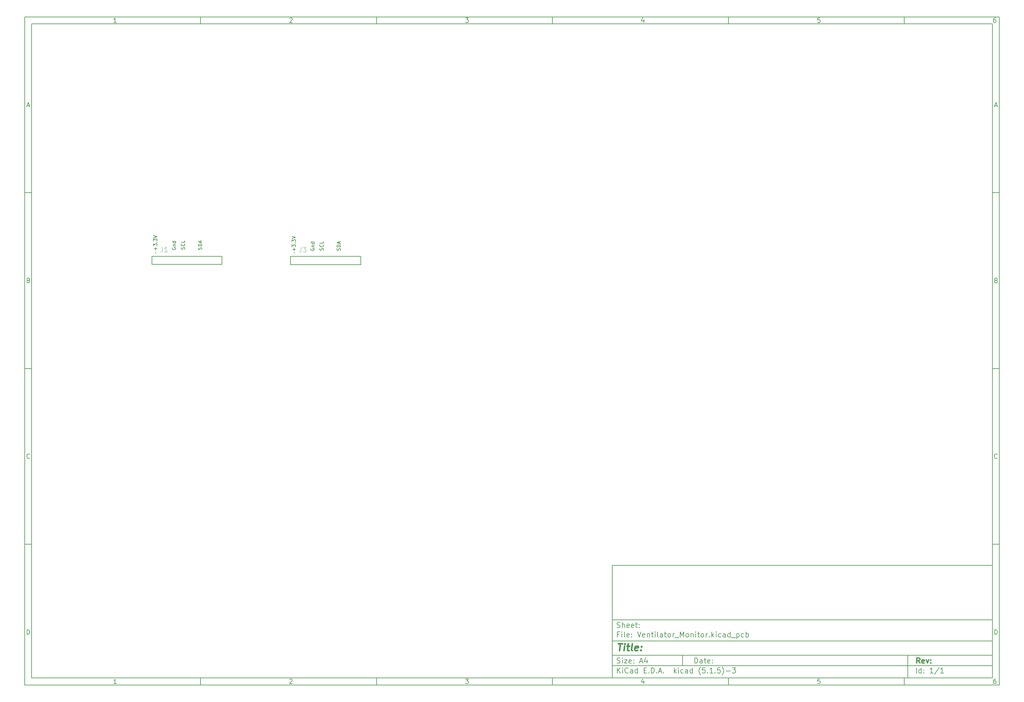
<source format=gbr>
G04 #@! TF.GenerationSoftware,KiCad,Pcbnew,(5.1.5)-3*
G04 #@! TF.CreationDate,2020-04-28T22:00:42-04:00*
G04 #@! TF.ProjectId,Ventilator_Monitor,56656e74-696c-4617-946f-725f4d6f6e69,rev?*
G04 #@! TF.SameCoordinates,Original*
G04 #@! TF.FileFunction,Legend,Top*
G04 #@! TF.FilePolarity,Positive*
%FSLAX46Y46*%
G04 Gerber Fmt 4.6, Leading zero omitted, Abs format (unit mm)*
G04 Created by KiCad (PCBNEW (5.1.5)-3) date 2020-04-28 22:00:42*
%MOMM*%
%LPD*%
G04 APERTURE LIST*
%ADD10C,0.100000*%
%ADD11C,0.150000*%
%ADD12C,0.300000*%
%ADD13C,0.400000*%
%ADD14C,0.200000*%
%ADD15C,0.127000*%
%ADD16C,0.015000*%
G04 APERTURE END LIST*
D10*
D11*
X177002200Y-166007200D02*
X177002200Y-198007200D01*
X285002200Y-198007200D01*
X285002200Y-166007200D01*
X177002200Y-166007200D01*
D10*
D11*
X10000000Y-10000000D02*
X10000000Y-200007200D01*
X287002200Y-200007200D01*
X287002200Y-10000000D01*
X10000000Y-10000000D01*
D10*
D11*
X12000000Y-12000000D02*
X12000000Y-198007200D01*
X285002200Y-198007200D01*
X285002200Y-12000000D01*
X12000000Y-12000000D01*
D10*
D11*
X60000000Y-12000000D02*
X60000000Y-10000000D01*
D10*
D11*
X110000000Y-12000000D02*
X110000000Y-10000000D01*
D10*
D11*
X160000000Y-12000000D02*
X160000000Y-10000000D01*
D10*
D11*
X210000000Y-12000000D02*
X210000000Y-10000000D01*
D10*
D11*
X260000000Y-12000000D02*
X260000000Y-10000000D01*
D10*
D11*
X36065476Y-11588095D02*
X35322619Y-11588095D01*
X35694047Y-11588095D02*
X35694047Y-10288095D01*
X35570238Y-10473809D01*
X35446428Y-10597619D01*
X35322619Y-10659523D01*
D10*
D11*
X85322619Y-10411904D02*
X85384523Y-10350000D01*
X85508333Y-10288095D01*
X85817857Y-10288095D01*
X85941666Y-10350000D01*
X86003571Y-10411904D01*
X86065476Y-10535714D01*
X86065476Y-10659523D01*
X86003571Y-10845238D01*
X85260714Y-11588095D01*
X86065476Y-11588095D01*
D10*
D11*
X135260714Y-10288095D02*
X136065476Y-10288095D01*
X135632142Y-10783333D01*
X135817857Y-10783333D01*
X135941666Y-10845238D01*
X136003571Y-10907142D01*
X136065476Y-11030952D01*
X136065476Y-11340476D01*
X136003571Y-11464285D01*
X135941666Y-11526190D01*
X135817857Y-11588095D01*
X135446428Y-11588095D01*
X135322619Y-11526190D01*
X135260714Y-11464285D01*
D10*
D11*
X185941666Y-10721428D02*
X185941666Y-11588095D01*
X185632142Y-10226190D02*
X185322619Y-11154761D01*
X186127380Y-11154761D01*
D10*
D11*
X236003571Y-10288095D02*
X235384523Y-10288095D01*
X235322619Y-10907142D01*
X235384523Y-10845238D01*
X235508333Y-10783333D01*
X235817857Y-10783333D01*
X235941666Y-10845238D01*
X236003571Y-10907142D01*
X236065476Y-11030952D01*
X236065476Y-11340476D01*
X236003571Y-11464285D01*
X235941666Y-11526190D01*
X235817857Y-11588095D01*
X235508333Y-11588095D01*
X235384523Y-11526190D01*
X235322619Y-11464285D01*
D10*
D11*
X285941666Y-10288095D02*
X285694047Y-10288095D01*
X285570238Y-10350000D01*
X285508333Y-10411904D01*
X285384523Y-10597619D01*
X285322619Y-10845238D01*
X285322619Y-11340476D01*
X285384523Y-11464285D01*
X285446428Y-11526190D01*
X285570238Y-11588095D01*
X285817857Y-11588095D01*
X285941666Y-11526190D01*
X286003571Y-11464285D01*
X286065476Y-11340476D01*
X286065476Y-11030952D01*
X286003571Y-10907142D01*
X285941666Y-10845238D01*
X285817857Y-10783333D01*
X285570238Y-10783333D01*
X285446428Y-10845238D01*
X285384523Y-10907142D01*
X285322619Y-11030952D01*
D10*
D11*
X60000000Y-198007200D02*
X60000000Y-200007200D01*
D10*
D11*
X110000000Y-198007200D02*
X110000000Y-200007200D01*
D10*
D11*
X160000000Y-198007200D02*
X160000000Y-200007200D01*
D10*
D11*
X210000000Y-198007200D02*
X210000000Y-200007200D01*
D10*
D11*
X260000000Y-198007200D02*
X260000000Y-200007200D01*
D10*
D11*
X36065476Y-199595295D02*
X35322619Y-199595295D01*
X35694047Y-199595295D02*
X35694047Y-198295295D01*
X35570238Y-198481009D01*
X35446428Y-198604819D01*
X35322619Y-198666723D01*
D10*
D11*
X85322619Y-198419104D02*
X85384523Y-198357200D01*
X85508333Y-198295295D01*
X85817857Y-198295295D01*
X85941666Y-198357200D01*
X86003571Y-198419104D01*
X86065476Y-198542914D01*
X86065476Y-198666723D01*
X86003571Y-198852438D01*
X85260714Y-199595295D01*
X86065476Y-199595295D01*
D10*
D11*
X135260714Y-198295295D02*
X136065476Y-198295295D01*
X135632142Y-198790533D01*
X135817857Y-198790533D01*
X135941666Y-198852438D01*
X136003571Y-198914342D01*
X136065476Y-199038152D01*
X136065476Y-199347676D01*
X136003571Y-199471485D01*
X135941666Y-199533390D01*
X135817857Y-199595295D01*
X135446428Y-199595295D01*
X135322619Y-199533390D01*
X135260714Y-199471485D01*
D10*
D11*
X185941666Y-198728628D02*
X185941666Y-199595295D01*
X185632142Y-198233390D02*
X185322619Y-199161961D01*
X186127380Y-199161961D01*
D10*
D11*
X236003571Y-198295295D02*
X235384523Y-198295295D01*
X235322619Y-198914342D01*
X235384523Y-198852438D01*
X235508333Y-198790533D01*
X235817857Y-198790533D01*
X235941666Y-198852438D01*
X236003571Y-198914342D01*
X236065476Y-199038152D01*
X236065476Y-199347676D01*
X236003571Y-199471485D01*
X235941666Y-199533390D01*
X235817857Y-199595295D01*
X235508333Y-199595295D01*
X235384523Y-199533390D01*
X235322619Y-199471485D01*
D10*
D11*
X285941666Y-198295295D02*
X285694047Y-198295295D01*
X285570238Y-198357200D01*
X285508333Y-198419104D01*
X285384523Y-198604819D01*
X285322619Y-198852438D01*
X285322619Y-199347676D01*
X285384523Y-199471485D01*
X285446428Y-199533390D01*
X285570238Y-199595295D01*
X285817857Y-199595295D01*
X285941666Y-199533390D01*
X286003571Y-199471485D01*
X286065476Y-199347676D01*
X286065476Y-199038152D01*
X286003571Y-198914342D01*
X285941666Y-198852438D01*
X285817857Y-198790533D01*
X285570238Y-198790533D01*
X285446428Y-198852438D01*
X285384523Y-198914342D01*
X285322619Y-199038152D01*
D10*
D11*
X10000000Y-60000000D02*
X12000000Y-60000000D01*
D10*
D11*
X10000000Y-110000000D02*
X12000000Y-110000000D01*
D10*
D11*
X10000000Y-160000000D02*
X12000000Y-160000000D01*
D10*
D11*
X10690476Y-35216666D02*
X11309523Y-35216666D01*
X10566666Y-35588095D02*
X11000000Y-34288095D01*
X11433333Y-35588095D01*
D10*
D11*
X11092857Y-84907142D02*
X11278571Y-84969047D01*
X11340476Y-85030952D01*
X11402380Y-85154761D01*
X11402380Y-85340476D01*
X11340476Y-85464285D01*
X11278571Y-85526190D01*
X11154761Y-85588095D01*
X10659523Y-85588095D01*
X10659523Y-84288095D01*
X11092857Y-84288095D01*
X11216666Y-84350000D01*
X11278571Y-84411904D01*
X11340476Y-84535714D01*
X11340476Y-84659523D01*
X11278571Y-84783333D01*
X11216666Y-84845238D01*
X11092857Y-84907142D01*
X10659523Y-84907142D01*
D10*
D11*
X11402380Y-135464285D02*
X11340476Y-135526190D01*
X11154761Y-135588095D01*
X11030952Y-135588095D01*
X10845238Y-135526190D01*
X10721428Y-135402380D01*
X10659523Y-135278571D01*
X10597619Y-135030952D01*
X10597619Y-134845238D01*
X10659523Y-134597619D01*
X10721428Y-134473809D01*
X10845238Y-134350000D01*
X11030952Y-134288095D01*
X11154761Y-134288095D01*
X11340476Y-134350000D01*
X11402380Y-134411904D01*
D10*
D11*
X10659523Y-185588095D02*
X10659523Y-184288095D01*
X10969047Y-184288095D01*
X11154761Y-184350000D01*
X11278571Y-184473809D01*
X11340476Y-184597619D01*
X11402380Y-184845238D01*
X11402380Y-185030952D01*
X11340476Y-185278571D01*
X11278571Y-185402380D01*
X11154761Y-185526190D01*
X10969047Y-185588095D01*
X10659523Y-185588095D01*
D10*
D11*
X287002200Y-60000000D02*
X285002200Y-60000000D01*
D10*
D11*
X287002200Y-110000000D02*
X285002200Y-110000000D01*
D10*
D11*
X287002200Y-160000000D02*
X285002200Y-160000000D01*
D10*
D11*
X285692676Y-35216666D02*
X286311723Y-35216666D01*
X285568866Y-35588095D02*
X286002200Y-34288095D01*
X286435533Y-35588095D01*
D10*
D11*
X286095057Y-84907142D02*
X286280771Y-84969047D01*
X286342676Y-85030952D01*
X286404580Y-85154761D01*
X286404580Y-85340476D01*
X286342676Y-85464285D01*
X286280771Y-85526190D01*
X286156961Y-85588095D01*
X285661723Y-85588095D01*
X285661723Y-84288095D01*
X286095057Y-84288095D01*
X286218866Y-84350000D01*
X286280771Y-84411904D01*
X286342676Y-84535714D01*
X286342676Y-84659523D01*
X286280771Y-84783333D01*
X286218866Y-84845238D01*
X286095057Y-84907142D01*
X285661723Y-84907142D01*
D10*
D11*
X286404580Y-135464285D02*
X286342676Y-135526190D01*
X286156961Y-135588095D01*
X286033152Y-135588095D01*
X285847438Y-135526190D01*
X285723628Y-135402380D01*
X285661723Y-135278571D01*
X285599819Y-135030952D01*
X285599819Y-134845238D01*
X285661723Y-134597619D01*
X285723628Y-134473809D01*
X285847438Y-134350000D01*
X286033152Y-134288095D01*
X286156961Y-134288095D01*
X286342676Y-134350000D01*
X286404580Y-134411904D01*
D10*
D11*
X285661723Y-185588095D02*
X285661723Y-184288095D01*
X285971247Y-184288095D01*
X286156961Y-184350000D01*
X286280771Y-184473809D01*
X286342676Y-184597619D01*
X286404580Y-184845238D01*
X286404580Y-185030952D01*
X286342676Y-185278571D01*
X286280771Y-185402380D01*
X286156961Y-185526190D01*
X285971247Y-185588095D01*
X285661723Y-185588095D01*
D10*
D11*
X200434342Y-193785771D02*
X200434342Y-192285771D01*
X200791485Y-192285771D01*
X201005771Y-192357200D01*
X201148628Y-192500057D01*
X201220057Y-192642914D01*
X201291485Y-192928628D01*
X201291485Y-193142914D01*
X201220057Y-193428628D01*
X201148628Y-193571485D01*
X201005771Y-193714342D01*
X200791485Y-193785771D01*
X200434342Y-193785771D01*
X202577200Y-193785771D02*
X202577200Y-193000057D01*
X202505771Y-192857200D01*
X202362914Y-192785771D01*
X202077200Y-192785771D01*
X201934342Y-192857200D01*
X202577200Y-193714342D02*
X202434342Y-193785771D01*
X202077200Y-193785771D01*
X201934342Y-193714342D01*
X201862914Y-193571485D01*
X201862914Y-193428628D01*
X201934342Y-193285771D01*
X202077200Y-193214342D01*
X202434342Y-193214342D01*
X202577200Y-193142914D01*
X203077200Y-192785771D02*
X203648628Y-192785771D01*
X203291485Y-192285771D02*
X203291485Y-193571485D01*
X203362914Y-193714342D01*
X203505771Y-193785771D01*
X203648628Y-193785771D01*
X204720057Y-193714342D02*
X204577200Y-193785771D01*
X204291485Y-193785771D01*
X204148628Y-193714342D01*
X204077200Y-193571485D01*
X204077200Y-193000057D01*
X204148628Y-192857200D01*
X204291485Y-192785771D01*
X204577200Y-192785771D01*
X204720057Y-192857200D01*
X204791485Y-193000057D01*
X204791485Y-193142914D01*
X204077200Y-193285771D01*
X205434342Y-193642914D02*
X205505771Y-193714342D01*
X205434342Y-193785771D01*
X205362914Y-193714342D01*
X205434342Y-193642914D01*
X205434342Y-193785771D01*
X205434342Y-192857200D02*
X205505771Y-192928628D01*
X205434342Y-193000057D01*
X205362914Y-192928628D01*
X205434342Y-192857200D01*
X205434342Y-193000057D01*
D10*
D11*
X177002200Y-194507200D02*
X285002200Y-194507200D01*
D10*
D11*
X178434342Y-196585771D02*
X178434342Y-195085771D01*
X179291485Y-196585771D02*
X178648628Y-195728628D01*
X179291485Y-195085771D02*
X178434342Y-195942914D01*
X179934342Y-196585771D02*
X179934342Y-195585771D01*
X179934342Y-195085771D02*
X179862914Y-195157200D01*
X179934342Y-195228628D01*
X180005771Y-195157200D01*
X179934342Y-195085771D01*
X179934342Y-195228628D01*
X181505771Y-196442914D02*
X181434342Y-196514342D01*
X181220057Y-196585771D01*
X181077200Y-196585771D01*
X180862914Y-196514342D01*
X180720057Y-196371485D01*
X180648628Y-196228628D01*
X180577200Y-195942914D01*
X180577200Y-195728628D01*
X180648628Y-195442914D01*
X180720057Y-195300057D01*
X180862914Y-195157200D01*
X181077200Y-195085771D01*
X181220057Y-195085771D01*
X181434342Y-195157200D01*
X181505771Y-195228628D01*
X182791485Y-196585771D02*
X182791485Y-195800057D01*
X182720057Y-195657200D01*
X182577200Y-195585771D01*
X182291485Y-195585771D01*
X182148628Y-195657200D01*
X182791485Y-196514342D02*
X182648628Y-196585771D01*
X182291485Y-196585771D01*
X182148628Y-196514342D01*
X182077200Y-196371485D01*
X182077200Y-196228628D01*
X182148628Y-196085771D01*
X182291485Y-196014342D01*
X182648628Y-196014342D01*
X182791485Y-195942914D01*
X184148628Y-196585771D02*
X184148628Y-195085771D01*
X184148628Y-196514342D02*
X184005771Y-196585771D01*
X183720057Y-196585771D01*
X183577200Y-196514342D01*
X183505771Y-196442914D01*
X183434342Y-196300057D01*
X183434342Y-195871485D01*
X183505771Y-195728628D01*
X183577200Y-195657200D01*
X183720057Y-195585771D01*
X184005771Y-195585771D01*
X184148628Y-195657200D01*
X186005771Y-195800057D02*
X186505771Y-195800057D01*
X186720057Y-196585771D02*
X186005771Y-196585771D01*
X186005771Y-195085771D01*
X186720057Y-195085771D01*
X187362914Y-196442914D02*
X187434342Y-196514342D01*
X187362914Y-196585771D01*
X187291485Y-196514342D01*
X187362914Y-196442914D01*
X187362914Y-196585771D01*
X188077200Y-196585771D02*
X188077200Y-195085771D01*
X188434342Y-195085771D01*
X188648628Y-195157200D01*
X188791485Y-195300057D01*
X188862914Y-195442914D01*
X188934342Y-195728628D01*
X188934342Y-195942914D01*
X188862914Y-196228628D01*
X188791485Y-196371485D01*
X188648628Y-196514342D01*
X188434342Y-196585771D01*
X188077200Y-196585771D01*
X189577200Y-196442914D02*
X189648628Y-196514342D01*
X189577200Y-196585771D01*
X189505771Y-196514342D01*
X189577200Y-196442914D01*
X189577200Y-196585771D01*
X190220057Y-196157200D02*
X190934342Y-196157200D01*
X190077200Y-196585771D02*
X190577200Y-195085771D01*
X191077200Y-196585771D01*
X191577200Y-196442914D02*
X191648628Y-196514342D01*
X191577200Y-196585771D01*
X191505771Y-196514342D01*
X191577200Y-196442914D01*
X191577200Y-196585771D01*
X194577200Y-196585771D02*
X194577200Y-195085771D01*
X194720057Y-196014342D02*
X195148628Y-196585771D01*
X195148628Y-195585771D02*
X194577200Y-196157200D01*
X195791485Y-196585771D02*
X195791485Y-195585771D01*
X195791485Y-195085771D02*
X195720057Y-195157200D01*
X195791485Y-195228628D01*
X195862914Y-195157200D01*
X195791485Y-195085771D01*
X195791485Y-195228628D01*
X197148628Y-196514342D02*
X197005771Y-196585771D01*
X196720057Y-196585771D01*
X196577200Y-196514342D01*
X196505771Y-196442914D01*
X196434342Y-196300057D01*
X196434342Y-195871485D01*
X196505771Y-195728628D01*
X196577200Y-195657200D01*
X196720057Y-195585771D01*
X197005771Y-195585771D01*
X197148628Y-195657200D01*
X198434342Y-196585771D02*
X198434342Y-195800057D01*
X198362914Y-195657200D01*
X198220057Y-195585771D01*
X197934342Y-195585771D01*
X197791485Y-195657200D01*
X198434342Y-196514342D02*
X198291485Y-196585771D01*
X197934342Y-196585771D01*
X197791485Y-196514342D01*
X197720057Y-196371485D01*
X197720057Y-196228628D01*
X197791485Y-196085771D01*
X197934342Y-196014342D01*
X198291485Y-196014342D01*
X198434342Y-195942914D01*
X199791485Y-196585771D02*
X199791485Y-195085771D01*
X199791485Y-196514342D02*
X199648628Y-196585771D01*
X199362914Y-196585771D01*
X199220057Y-196514342D01*
X199148628Y-196442914D01*
X199077200Y-196300057D01*
X199077200Y-195871485D01*
X199148628Y-195728628D01*
X199220057Y-195657200D01*
X199362914Y-195585771D01*
X199648628Y-195585771D01*
X199791485Y-195657200D01*
X202077200Y-197157200D02*
X202005771Y-197085771D01*
X201862914Y-196871485D01*
X201791485Y-196728628D01*
X201720057Y-196514342D01*
X201648628Y-196157200D01*
X201648628Y-195871485D01*
X201720057Y-195514342D01*
X201791485Y-195300057D01*
X201862914Y-195157200D01*
X202005771Y-194942914D01*
X202077200Y-194871485D01*
X203362914Y-195085771D02*
X202648628Y-195085771D01*
X202577200Y-195800057D01*
X202648628Y-195728628D01*
X202791485Y-195657200D01*
X203148628Y-195657200D01*
X203291485Y-195728628D01*
X203362914Y-195800057D01*
X203434342Y-195942914D01*
X203434342Y-196300057D01*
X203362914Y-196442914D01*
X203291485Y-196514342D01*
X203148628Y-196585771D01*
X202791485Y-196585771D01*
X202648628Y-196514342D01*
X202577200Y-196442914D01*
X204077200Y-196442914D02*
X204148628Y-196514342D01*
X204077200Y-196585771D01*
X204005771Y-196514342D01*
X204077200Y-196442914D01*
X204077200Y-196585771D01*
X205577200Y-196585771D02*
X204720057Y-196585771D01*
X205148628Y-196585771D02*
X205148628Y-195085771D01*
X205005771Y-195300057D01*
X204862914Y-195442914D01*
X204720057Y-195514342D01*
X206220057Y-196442914D02*
X206291485Y-196514342D01*
X206220057Y-196585771D01*
X206148628Y-196514342D01*
X206220057Y-196442914D01*
X206220057Y-196585771D01*
X207648628Y-195085771D02*
X206934342Y-195085771D01*
X206862914Y-195800057D01*
X206934342Y-195728628D01*
X207077200Y-195657200D01*
X207434342Y-195657200D01*
X207577200Y-195728628D01*
X207648628Y-195800057D01*
X207720057Y-195942914D01*
X207720057Y-196300057D01*
X207648628Y-196442914D01*
X207577200Y-196514342D01*
X207434342Y-196585771D01*
X207077200Y-196585771D01*
X206934342Y-196514342D01*
X206862914Y-196442914D01*
X208220057Y-197157200D02*
X208291485Y-197085771D01*
X208434342Y-196871485D01*
X208505771Y-196728628D01*
X208577200Y-196514342D01*
X208648628Y-196157200D01*
X208648628Y-195871485D01*
X208577200Y-195514342D01*
X208505771Y-195300057D01*
X208434342Y-195157200D01*
X208291485Y-194942914D01*
X208220057Y-194871485D01*
X209362914Y-196014342D02*
X210505771Y-196014342D01*
X211077200Y-195085771D02*
X212005771Y-195085771D01*
X211505771Y-195657200D01*
X211720057Y-195657200D01*
X211862914Y-195728628D01*
X211934342Y-195800057D01*
X212005771Y-195942914D01*
X212005771Y-196300057D01*
X211934342Y-196442914D01*
X211862914Y-196514342D01*
X211720057Y-196585771D01*
X211291485Y-196585771D01*
X211148628Y-196514342D01*
X211077200Y-196442914D01*
D10*
D11*
X177002200Y-191507200D02*
X285002200Y-191507200D01*
D10*
D12*
X264411485Y-193785771D02*
X263911485Y-193071485D01*
X263554342Y-193785771D02*
X263554342Y-192285771D01*
X264125771Y-192285771D01*
X264268628Y-192357200D01*
X264340057Y-192428628D01*
X264411485Y-192571485D01*
X264411485Y-192785771D01*
X264340057Y-192928628D01*
X264268628Y-193000057D01*
X264125771Y-193071485D01*
X263554342Y-193071485D01*
X265625771Y-193714342D02*
X265482914Y-193785771D01*
X265197200Y-193785771D01*
X265054342Y-193714342D01*
X264982914Y-193571485D01*
X264982914Y-193000057D01*
X265054342Y-192857200D01*
X265197200Y-192785771D01*
X265482914Y-192785771D01*
X265625771Y-192857200D01*
X265697200Y-193000057D01*
X265697200Y-193142914D01*
X264982914Y-193285771D01*
X266197200Y-192785771D02*
X266554342Y-193785771D01*
X266911485Y-192785771D01*
X267482914Y-193642914D02*
X267554342Y-193714342D01*
X267482914Y-193785771D01*
X267411485Y-193714342D01*
X267482914Y-193642914D01*
X267482914Y-193785771D01*
X267482914Y-192857200D02*
X267554342Y-192928628D01*
X267482914Y-193000057D01*
X267411485Y-192928628D01*
X267482914Y-192857200D01*
X267482914Y-193000057D01*
D10*
D11*
X178362914Y-193714342D02*
X178577200Y-193785771D01*
X178934342Y-193785771D01*
X179077200Y-193714342D01*
X179148628Y-193642914D01*
X179220057Y-193500057D01*
X179220057Y-193357200D01*
X179148628Y-193214342D01*
X179077200Y-193142914D01*
X178934342Y-193071485D01*
X178648628Y-193000057D01*
X178505771Y-192928628D01*
X178434342Y-192857200D01*
X178362914Y-192714342D01*
X178362914Y-192571485D01*
X178434342Y-192428628D01*
X178505771Y-192357200D01*
X178648628Y-192285771D01*
X179005771Y-192285771D01*
X179220057Y-192357200D01*
X179862914Y-193785771D02*
X179862914Y-192785771D01*
X179862914Y-192285771D02*
X179791485Y-192357200D01*
X179862914Y-192428628D01*
X179934342Y-192357200D01*
X179862914Y-192285771D01*
X179862914Y-192428628D01*
X180434342Y-192785771D02*
X181220057Y-192785771D01*
X180434342Y-193785771D01*
X181220057Y-193785771D01*
X182362914Y-193714342D02*
X182220057Y-193785771D01*
X181934342Y-193785771D01*
X181791485Y-193714342D01*
X181720057Y-193571485D01*
X181720057Y-193000057D01*
X181791485Y-192857200D01*
X181934342Y-192785771D01*
X182220057Y-192785771D01*
X182362914Y-192857200D01*
X182434342Y-193000057D01*
X182434342Y-193142914D01*
X181720057Y-193285771D01*
X183077200Y-193642914D02*
X183148628Y-193714342D01*
X183077200Y-193785771D01*
X183005771Y-193714342D01*
X183077200Y-193642914D01*
X183077200Y-193785771D01*
X183077200Y-192857200D02*
X183148628Y-192928628D01*
X183077200Y-193000057D01*
X183005771Y-192928628D01*
X183077200Y-192857200D01*
X183077200Y-193000057D01*
X184862914Y-193357200D02*
X185577200Y-193357200D01*
X184720057Y-193785771D02*
X185220057Y-192285771D01*
X185720057Y-193785771D01*
X186862914Y-192785771D02*
X186862914Y-193785771D01*
X186505771Y-192214342D02*
X186148628Y-193285771D01*
X187077200Y-193285771D01*
D10*
D11*
X263434342Y-196585771D02*
X263434342Y-195085771D01*
X264791485Y-196585771D02*
X264791485Y-195085771D01*
X264791485Y-196514342D02*
X264648628Y-196585771D01*
X264362914Y-196585771D01*
X264220057Y-196514342D01*
X264148628Y-196442914D01*
X264077200Y-196300057D01*
X264077200Y-195871485D01*
X264148628Y-195728628D01*
X264220057Y-195657200D01*
X264362914Y-195585771D01*
X264648628Y-195585771D01*
X264791485Y-195657200D01*
X265505771Y-196442914D02*
X265577200Y-196514342D01*
X265505771Y-196585771D01*
X265434342Y-196514342D01*
X265505771Y-196442914D01*
X265505771Y-196585771D01*
X265505771Y-195657200D02*
X265577200Y-195728628D01*
X265505771Y-195800057D01*
X265434342Y-195728628D01*
X265505771Y-195657200D01*
X265505771Y-195800057D01*
X268148628Y-196585771D02*
X267291485Y-196585771D01*
X267720057Y-196585771D02*
X267720057Y-195085771D01*
X267577200Y-195300057D01*
X267434342Y-195442914D01*
X267291485Y-195514342D01*
X269862914Y-195014342D02*
X268577200Y-196942914D01*
X271148628Y-196585771D02*
X270291485Y-196585771D01*
X270720057Y-196585771D02*
X270720057Y-195085771D01*
X270577200Y-195300057D01*
X270434342Y-195442914D01*
X270291485Y-195514342D01*
D10*
D11*
X177002200Y-187507200D02*
X285002200Y-187507200D01*
D10*
D13*
X178714580Y-188211961D02*
X179857438Y-188211961D01*
X179036009Y-190211961D02*
X179286009Y-188211961D01*
X180274104Y-190211961D02*
X180440771Y-188878628D01*
X180524104Y-188211961D02*
X180416961Y-188307200D01*
X180500295Y-188402438D01*
X180607438Y-188307200D01*
X180524104Y-188211961D01*
X180500295Y-188402438D01*
X181107438Y-188878628D02*
X181869342Y-188878628D01*
X181476485Y-188211961D02*
X181262200Y-189926247D01*
X181333628Y-190116723D01*
X181512200Y-190211961D01*
X181702676Y-190211961D01*
X182655057Y-190211961D02*
X182476485Y-190116723D01*
X182405057Y-189926247D01*
X182619342Y-188211961D01*
X184190771Y-190116723D02*
X183988390Y-190211961D01*
X183607438Y-190211961D01*
X183428866Y-190116723D01*
X183357438Y-189926247D01*
X183452676Y-189164342D01*
X183571723Y-188973866D01*
X183774104Y-188878628D01*
X184155057Y-188878628D01*
X184333628Y-188973866D01*
X184405057Y-189164342D01*
X184381247Y-189354819D01*
X183405057Y-189545295D01*
X185155057Y-190021485D02*
X185238390Y-190116723D01*
X185131247Y-190211961D01*
X185047914Y-190116723D01*
X185155057Y-190021485D01*
X185131247Y-190211961D01*
X185286009Y-188973866D02*
X185369342Y-189069104D01*
X185262200Y-189164342D01*
X185178866Y-189069104D01*
X185286009Y-188973866D01*
X185262200Y-189164342D01*
D10*
D11*
X178934342Y-185600057D02*
X178434342Y-185600057D01*
X178434342Y-186385771D02*
X178434342Y-184885771D01*
X179148628Y-184885771D01*
X179720057Y-186385771D02*
X179720057Y-185385771D01*
X179720057Y-184885771D02*
X179648628Y-184957200D01*
X179720057Y-185028628D01*
X179791485Y-184957200D01*
X179720057Y-184885771D01*
X179720057Y-185028628D01*
X180648628Y-186385771D02*
X180505771Y-186314342D01*
X180434342Y-186171485D01*
X180434342Y-184885771D01*
X181791485Y-186314342D02*
X181648628Y-186385771D01*
X181362914Y-186385771D01*
X181220057Y-186314342D01*
X181148628Y-186171485D01*
X181148628Y-185600057D01*
X181220057Y-185457200D01*
X181362914Y-185385771D01*
X181648628Y-185385771D01*
X181791485Y-185457200D01*
X181862914Y-185600057D01*
X181862914Y-185742914D01*
X181148628Y-185885771D01*
X182505771Y-186242914D02*
X182577200Y-186314342D01*
X182505771Y-186385771D01*
X182434342Y-186314342D01*
X182505771Y-186242914D01*
X182505771Y-186385771D01*
X182505771Y-185457200D02*
X182577200Y-185528628D01*
X182505771Y-185600057D01*
X182434342Y-185528628D01*
X182505771Y-185457200D01*
X182505771Y-185600057D01*
X184148628Y-184885771D02*
X184648628Y-186385771D01*
X185148628Y-184885771D01*
X186220057Y-186314342D02*
X186077200Y-186385771D01*
X185791485Y-186385771D01*
X185648628Y-186314342D01*
X185577200Y-186171485D01*
X185577200Y-185600057D01*
X185648628Y-185457200D01*
X185791485Y-185385771D01*
X186077200Y-185385771D01*
X186220057Y-185457200D01*
X186291485Y-185600057D01*
X186291485Y-185742914D01*
X185577200Y-185885771D01*
X186934342Y-185385771D02*
X186934342Y-186385771D01*
X186934342Y-185528628D02*
X187005771Y-185457200D01*
X187148628Y-185385771D01*
X187362914Y-185385771D01*
X187505771Y-185457200D01*
X187577200Y-185600057D01*
X187577200Y-186385771D01*
X188077200Y-185385771D02*
X188648628Y-185385771D01*
X188291485Y-184885771D02*
X188291485Y-186171485D01*
X188362914Y-186314342D01*
X188505771Y-186385771D01*
X188648628Y-186385771D01*
X189148628Y-186385771D02*
X189148628Y-185385771D01*
X189148628Y-184885771D02*
X189077200Y-184957200D01*
X189148628Y-185028628D01*
X189220057Y-184957200D01*
X189148628Y-184885771D01*
X189148628Y-185028628D01*
X190077200Y-186385771D02*
X189934342Y-186314342D01*
X189862914Y-186171485D01*
X189862914Y-184885771D01*
X191291485Y-186385771D02*
X191291485Y-185600057D01*
X191220057Y-185457200D01*
X191077200Y-185385771D01*
X190791485Y-185385771D01*
X190648628Y-185457200D01*
X191291485Y-186314342D02*
X191148628Y-186385771D01*
X190791485Y-186385771D01*
X190648628Y-186314342D01*
X190577200Y-186171485D01*
X190577200Y-186028628D01*
X190648628Y-185885771D01*
X190791485Y-185814342D01*
X191148628Y-185814342D01*
X191291485Y-185742914D01*
X191791485Y-185385771D02*
X192362914Y-185385771D01*
X192005771Y-184885771D02*
X192005771Y-186171485D01*
X192077200Y-186314342D01*
X192220057Y-186385771D01*
X192362914Y-186385771D01*
X193077200Y-186385771D02*
X192934342Y-186314342D01*
X192862914Y-186242914D01*
X192791485Y-186100057D01*
X192791485Y-185671485D01*
X192862914Y-185528628D01*
X192934342Y-185457200D01*
X193077200Y-185385771D01*
X193291485Y-185385771D01*
X193434342Y-185457200D01*
X193505771Y-185528628D01*
X193577200Y-185671485D01*
X193577200Y-186100057D01*
X193505771Y-186242914D01*
X193434342Y-186314342D01*
X193291485Y-186385771D01*
X193077200Y-186385771D01*
X194220057Y-186385771D02*
X194220057Y-185385771D01*
X194220057Y-185671485D02*
X194291485Y-185528628D01*
X194362914Y-185457200D01*
X194505771Y-185385771D01*
X194648628Y-185385771D01*
X194791485Y-186528628D02*
X195934342Y-186528628D01*
X196291485Y-186385771D02*
X196291485Y-184885771D01*
X196791485Y-185957200D01*
X197291485Y-184885771D01*
X197291485Y-186385771D01*
X198220057Y-186385771D02*
X198077200Y-186314342D01*
X198005771Y-186242914D01*
X197934342Y-186100057D01*
X197934342Y-185671485D01*
X198005771Y-185528628D01*
X198077200Y-185457200D01*
X198220057Y-185385771D01*
X198434342Y-185385771D01*
X198577200Y-185457200D01*
X198648628Y-185528628D01*
X198720057Y-185671485D01*
X198720057Y-186100057D01*
X198648628Y-186242914D01*
X198577200Y-186314342D01*
X198434342Y-186385771D01*
X198220057Y-186385771D01*
X199362914Y-185385771D02*
X199362914Y-186385771D01*
X199362914Y-185528628D02*
X199434342Y-185457200D01*
X199577200Y-185385771D01*
X199791485Y-185385771D01*
X199934342Y-185457200D01*
X200005771Y-185600057D01*
X200005771Y-186385771D01*
X200720057Y-186385771D02*
X200720057Y-185385771D01*
X200720057Y-184885771D02*
X200648628Y-184957200D01*
X200720057Y-185028628D01*
X200791485Y-184957200D01*
X200720057Y-184885771D01*
X200720057Y-185028628D01*
X201220057Y-185385771D02*
X201791485Y-185385771D01*
X201434342Y-184885771D02*
X201434342Y-186171485D01*
X201505771Y-186314342D01*
X201648628Y-186385771D01*
X201791485Y-186385771D01*
X202505771Y-186385771D02*
X202362914Y-186314342D01*
X202291485Y-186242914D01*
X202220057Y-186100057D01*
X202220057Y-185671485D01*
X202291485Y-185528628D01*
X202362914Y-185457200D01*
X202505771Y-185385771D01*
X202720057Y-185385771D01*
X202862914Y-185457200D01*
X202934342Y-185528628D01*
X203005771Y-185671485D01*
X203005771Y-186100057D01*
X202934342Y-186242914D01*
X202862914Y-186314342D01*
X202720057Y-186385771D01*
X202505771Y-186385771D01*
X203648628Y-186385771D02*
X203648628Y-185385771D01*
X203648628Y-185671485D02*
X203720057Y-185528628D01*
X203791485Y-185457200D01*
X203934342Y-185385771D01*
X204077200Y-185385771D01*
X204577200Y-186242914D02*
X204648628Y-186314342D01*
X204577200Y-186385771D01*
X204505771Y-186314342D01*
X204577200Y-186242914D01*
X204577200Y-186385771D01*
X205291485Y-186385771D02*
X205291485Y-184885771D01*
X205434342Y-185814342D02*
X205862914Y-186385771D01*
X205862914Y-185385771D02*
X205291485Y-185957200D01*
X206505771Y-186385771D02*
X206505771Y-185385771D01*
X206505771Y-184885771D02*
X206434342Y-184957200D01*
X206505771Y-185028628D01*
X206577200Y-184957200D01*
X206505771Y-184885771D01*
X206505771Y-185028628D01*
X207862914Y-186314342D02*
X207720057Y-186385771D01*
X207434342Y-186385771D01*
X207291485Y-186314342D01*
X207220057Y-186242914D01*
X207148628Y-186100057D01*
X207148628Y-185671485D01*
X207220057Y-185528628D01*
X207291485Y-185457200D01*
X207434342Y-185385771D01*
X207720057Y-185385771D01*
X207862914Y-185457200D01*
X209148628Y-186385771D02*
X209148628Y-185600057D01*
X209077200Y-185457200D01*
X208934342Y-185385771D01*
X208648628Y-185385771D01*
X208505771Y-185457200D01*
X209148628Y-186314342D02*
X209005771Y-186385771D01*
X208648628Y-186385771D01*
X208505771Y-186314342D01*
X208434342Y-186171485D01*
X208434342Y-186028628D01*
X208505771Y-185885771D01*
X208648628Y-185814342D01*
X209005771Y-185814342D01*
X209148628Y-185742914D01*
X210505771Y-186385771D02*
X210505771Y-184885771D01*
X210505771Y-186314342D02*
X210362914Y-186385771D01*
X210077200Y-186385771D01*
X209934342Y-186314342D01*
X209862914Y-186242914D01*
X209791485Y-186100057D01*
X209791485Y-185671485D01*
X209862914Y-185528628D01*
X209934342Y-185457200D01*
X210077200Y-185385771D01*
X210362914Y-185385771D01*
X210505771Y-185457200D01*
X210862914Y-186528628D02*
X212005771Y-186528628D01*
X212362914Y-185385771D02*
X212362914Y-186885771D01*
X212362914Y-185457200D02*
X212505771Y-185385771D01*
X212791485Y-185385771D01*
X212934342Y-185457200D01*
X213005771Y-185528628D01*
X213077200Y-185671485D01*
X213077200Y-186100057D01*
X213005771Y-186242914D01*
X212934342Y-186314342D01*
X212791485Y-186385771D01*
X212505771Y-186385771D01*
X212362914Y-186314342D01*
X214362914Y-186314342D02*
X214220057Y-186385771D01*
X213934342Y-186385771D01*
X213791485Y-186314342D01*
X213720057Y-186242914D01*
X213648628Y-186100057D01*
X213648628Y-185671485D01*
X213720057Y-185528628D01*
X213791485Y-185457200D01*
X213934342Y-185385771D01*
X214220057Y-185385771D01*
X214362914Y-185457200D01*
X215005771Y-186385771D02*
X215005771Y-184885771D01*
X215005771Y-185457200D02*
X215148628Y-185385771D01*
X215434342Y-185385771D01*
X215577200Y-185457200D01*
X215648628Y-185528628D01*
X215720057Y-185671485D01*
X215720057Y-186100057D01*
X215648628Y-186242914D01*
X215577200Y-186314342D01*
X215434342Y-186385771D01*
X215148628Y-186385771D01*
X215005771Y-186314342D01*
D10*
D11*
X177002200Y-181507200D02*
X285002200Y-181507200D01*
D10*
D11*
X178362914Y-183614342D02*
X178577200Y-183685771D01*
X178934342Y-183685771D01*
X179077200Y-183614342D01*
X179148628Y-183542914D01*
X179220057Y-183400057D01*
X179220057Y-183257200D01*
X179148628Y-183114342D01*
X179077200Y-183042914D01*
X178934342Y-182971485D01*
X178648628Y-182900057D01*
X178505771Y-182828628D01*
X178434342Y-182757200D01*
X178362914Y-182614342D01*
X178362914Y-182471485D01*
X178434342Y-182328628D01*
X178505771Y-182257200D01*
X178648628Y-182185771D01*
X179005771Y-182185771D01*
X179220057Y-182257200D01*
X179862914Y-183685771D02*
X179862914Y-182185771D01*
X180505771Y-183685771D02*
X180505771Y-182900057D01*
X180434342Y-182757200D01*
X180291485Y-182685771D01*
X180077200Y-182685771D01*
X179934342Y-182757200D01*
X179862914Y-182828628D01*
X181791485Y-183614342D02*
X181648628Y-183685771D01*
X181362914Y-183685771D01*
X181220057Y-183614342D01*
X181148628Y-183471485D01*
X181148628Y-182900057D01*
X181220057Y-182757200D01*
X181362914Y-182685771D01*
X181648628Y-182685771D01*
X181791485Y-182757200D01*
X181862914Y-182900057D01*
X181862914Y-183042914D01*
X181148628Y-183185771D01*
X183077200Y-183614342D02*
X182934342Y-183685771D01*
X182648628Y-183685771D01*
X182505771Y-183614342D01*
X182434342Y-183471485D01*
X182434342Y-182900057D01*
X182505771Y-182757200D01*
X182648628Y-182685771D01*
X182934342Y-182685771D01*
X183077200Y-182757200D01*
X183148628Y-182900057D01*
X183148628Y-183042914D01*
X182434342Y-183185771D01*
X183577200Y-182685771D02*
X184148628Y-182685771D01*
X183791485Y-182185771D02*
X183791485Y-183471485D01*
X183862914Y-183614342D01*
X184005771Y-183685771D01*
X184148628Y-183685771D01*
X184648628Y-183542914D02*
X184720057Y-183614342D01*
X184648628Y-183685771D01*
X184577200Y-183614342D01*
X184648628Y-183542914D01*
X184648628Y-183685771D01*
X184648628Y-182757200D02*
X184720057Y-182828628D01*
X184648628Y-182900057D01*
X184577200Y-182828628D01*
X184648628Y-182757200D01*
X184648628Y-182900057D01*
D10*
D11*
X197002200Y-191507200D02*
X197002200Y-194507200D01*
D10*
D11*
X261002200Y-191507200D02*
X261002200Y-198007200D01*
X86596528Y-76523600D02*
X86596528Y-75761695D01*
X86977480Y-76142647D02*
X86215576Y-76142647D01*
X85977480Y-75380742D02*
X85977480Y-74761695D01*
X86358433Y-75095028D01*
X86358433Y-74952171D01*
X86406052Y-74856933D01*
X86453671Y-74809314D01*
X86548909Y-74761695D01*
X86787004Y-74761695D01*
X86882242Y-74809314D01*
X86929861Y-74856933D01*
X86977480Y-74952171D01*
X86977480Y-75237885D01*
X86929861Y-75333123D01*
X86882242Y-75380742D01*
X86882242Y-74333123D02*
X86929861Y-74285504D01*
X86977480Y-74333123D01*
X86929861Y-74380742D01*
X86882242Y-74333123D01*
X86977480Y-74333123D01*
X85977480Y-73952171D02*
X85977480Y-73333123D01*
X86358433Y-73666457D01*
X86358433Y-73523600D01*
X86406052Y-73428361D01*
X86453671Y-73380742D01*
X86548909Y-73333123D01*
X86787004Y-73333123D01*
X86882242Y-73380742D01*
X86929861Y-73428361D01*
X86977480Y-73523600D01*
X86977480Y-73809314D01*
X86929861Y-73904552D01*
X86882242Y-73952171D01*
X85977480Y-73047409D02*
X86977480Y-72714076D01*
X85977480Y-72380742D01*
X94816561Y-76361776D02*
X94864180Y-76218919D01*
X94864180Y-75980823D01*
X94816561Y-75885585D01*
X94768942Y-75837966D01*
X94673704Y-75790347D01*
X94578466Y-75790347D01*
X94483228Y-75837966D01*
X94435609Y-75885585D01*
X94387990Y-75980823D01*
X94340371Y-76171300D01*
X94292752Y-76266538D01*
X94245133Y-76314157D01*
X94149895Y-76361776D01*
X94054657Y-76361776D01*
X93959419Y-76314157D01*
X93911800Y-76266538D01*
X93864180Y-76171300D01*
X93864180Y-75933204D01*
X93911800Y-75790347D01*
X94768942Y-74790347D02*
X94816561Y-74837966D01*
X94864180Y-74980823D01*
X94864180Y-75076061D01*
X94816561Y-75218919D01*
X94721323Y-75314157D01*
X94626085Y-75361776D01*
X94435609Y-75409395D01*
X94292752Y-75409395D01*
X94102276Y-75361776D01*
X94007038Y-75314157D01*
X93911800Y-75218919D01*
X93864180Y-75076061D01*
X93864180Y-74980823D01*
X93911800Y-74837966D01*
X93959419Y-74790347D01*
X94864180Y-73885585D02*
X94864180Y-74361776D01*
X93864180Y-74361776D01*
X91359100Y-75877657D02*
X91311480Y-75972895D01*
X91311480Y-76115752D01*
X91359100Y-76258609D01*
X91454338Y-76353847D01*
X91549576Y-76401466D01*
X91740052Y-76449085D01*
X91882909Y-76449085D01*
X92073385Y-76401466D01*
X92168623Y-76353847D01*
X92263861Y-76258609D01*
X92311480Y-76115752D01*
X92311480Y-76020514D01*
X92263861Y-75877657D01*
X92216242Y-75830038D01*
X91882909Y-75830038D01*
X91882909Y-76020514D01*
X91644814Y-75401466D02*
X92311480Y-75401466D01*
X91740052Y-75401466D02*
X91692433Y-75353847D01*
X91644814Y-75258609D01*
X91644814Y-75115752D01*
X91692433Y-75020514D01*
X91787671Y-74972895D01*
X92311480Y-74972895D01*
X92311480Y-74068133D02*
X91311480Y-74068133D01*
X92263861Y-74068133D02*
X92311480Y-74163371D01*
X92311480Y-74353847D01*
X92263861Y-74449085D01*
X92216242Y-74496704D01*
X92121004Y-74544323D01*
X91835290Y-74544323D01*
X91740052Y-74496704D01*
X91692433Y-74449085D01*
X91644814Y-74353847D01*
X91644814Y-74163371D01*
X91692433Y-74068133D01*
X99680661Y-76410985D02*
X99728280Y-76268128D01*
X99728280Y-76030033D01*
X99680661Y-75934795D01*
X99633042Y-75887176D01*
X99537804Y-75839557D01*
X99442566Y-75839557D01*
X99347328Y-75887176D01*
X99299709Y-75934795D01*
X99252090Y-76030033D01*
X99204471Y-76220509D01*
X99156852Y-76315747D01*
X99109233Y-76363366D01*
X99013995Y-76410985D01*
X98918757Y-76410985D01*
X98823519Y-76363366D01*
X98775900Y-76315747D01*
X98728280Y-76220509D01*
X98728280Y-75982414D01*
X98775900Y-75839557D01*
X99728280Y-75410985D02*
X98728280Y-75410985D01*
X98728280Y-75172890D01*
X98775900Y-75030033D01*
X98871138Y-74934795D01*
X98966376Y-74887176D01*
X99156852Y-74839557D01*
X99299709Y-74839557D01*
X99490185Y-74887176D01*
X99585423Y-74934795D01*
X99680661Y-75030033D01*
X99728280Y-75172890D01*
X99728280Y-75410985D01*
X99442566Y-74458604D02*
X99442566Y-73982414D01*
X99728280Y-74553842D02*
X98728280Y-74220509D01*
X99728280Y-73887176D01*
X60297961Y-76169685D02*
X60345580Y-76026828D01*
X60345580Y-75788733D01*
X60297961Y-75693495D01*
X60250342Y-75645876D01*
X60155104Y-75598257D01*
X60059866Y-75598257D01*
X59964628Y-75645876D01*
X59917009Y-75693495D01*
X59869390Y-75788733D01*
X59821771Y-75979209D01*
X59774152Y-76074447D01*
X59726533Y-76122066D01*
X59631295Y-76169685D01*
X59536057Y-76169685D01*
X59440819Y-76122066D01*
X59393200Y-76074447D01*
X59345580Y-75979209D01*
X59345580Y-75741114D01*
X59393200Y-75598257D01*
X60345580Y-75169685D02*
X59345580Y-75169685D01*
X59345580Y-74931590D01*
X59393200Y-74788733D01*
X59488438Y-74693495D01*
X59583676Y-74645876D01*
X59774152Y-74598257D01*
X59917009Y-74598257D01*
X60107485Y-74645876D01*
X60202723Y-74693495D01*
X60297961Y-74788733D01*
X60345580Y-74931590D01*
X60345580Y-75169685D01*
X60059866Y-74217304D02*
X60059866Y-73741114D01*
X60345580Y-74312542D02*
X59345580Y-73979209D01*
X60345580Y-73645876D01*
X55433861Y-76120476D02*
X55481480Y-75977619D01*
X55481480Y-75739523D01*
X55433861Y-75644285D01*
X55386242Y-75596666D01*
X55291004Y-75549047D01*
X55195766Y-75549047D01*
X55100528Y-75596666D01*
X55052909Y-75644285D01*
X55005290Y-75739523D01*
X54957671Y-75930000D01*
X54910052Y-76025238D01*
X54862433Y-76072857D01*
X54767195Y-76120476D01*
X54671957Y-76120476D01*
X54576719Y-76072857D01*
X54529100Y-76025238D01*
X54481480Y-75930000D01*
X54481480Y-75691904D01*
X54529100Y-75549047D01*
X55386242Y-74549047D02*
X55433861Y-74596666D01*
X55481480Y-74739523D01*
X55481480Y-74834761D01*
X55433861Y-74977619D01*
X55338623Y-75072857D01*
X55243385Y-75120476D01*
X55052909Y-75168095D01*
X54910052Y-75168095D01*
X54719576Y-75120476D01*
X54624338Y-75072857D01*
X54529100Y-74977619D01*
X54481480Y-74834761D01*
X54481480Y-74739523D01*
X54529100Y-74596666D01*
X54576719Y-74549047D01*
X55481480Y-73644285D02*
X55481480Y-74120476D01*
X54481480Y-74120476D01*
X51976400Y-75636357D02*
X51928780Y-75731595D01*
X51928780Y-75874452D01*
X51976400Y-76017309D01*
X52071638Y-76112547D01*
X52166876Y-76160166D01*
X52357352Y-76207785D01*
X52500209Y-76207785D01*
X52690685Y-76160166D01*
X52785923Y-76112547D01*
X52881161Y-76017309D01*
X52928780Y-75874452D01*
X52928780Y-75779214D01*
X52881161Y-75636357D01*
X52833542Y-75588738D01*
X52500209Y-75588738D01*
X52500209Y-75779214D01*
X52262114Y-75160166D02*
X52928780Y-75160166D01*
X52357352Y-75160166D02*
X52309733Y-75112547D01*
X52262114Y-75017309D01*
X52262114Y-74874452D01*
X52309733Y-74779214D01*
X52404971Y-74731595D01*
X52928780Y-74731595D01*
X52928780Y-73826833D02*
X51928780Y-73826833D01*
X52881161Y-73826833D02*
X52928780Y-73922071D01*
X52928780Y-74112547D01*
X52881161Y-74207785D01*
X52833542Y-74255404D01*
X52738304Y-74303023D01*
X52452590Y-74303023D01*
X52357352Y-74255404D01*
X52309733Y-74207785D01*
X52262114Y-74112547D01*
X52262114Y-73922071D01*
X52309733Y-73826833D01*
X47213828Y-76282300D02*
X47213828Y-75520395D01*
X47594780Y-75901347D02*
X46832876Y-75901347D01*
X46594780Y-75139442D02*
X46594780Y-74520395D01*
X46975733Y-74853728D01*
X46975733Y-74710871D01*
X47023352Y-74615633D01*
X47070971Y-74568014D01*
X47166209Y-74520395D01*
X47404304Y-74520395D01*
X47499542Y-74568014D01*
X47547161Y-74615633D01*
X47594780Y-74710871D01*
X47594780Y-74996585D01*
X47547161Y-75091823D01*
X47499542Y-75139442D01*
X47499542Y-74091823D02*
X47547161Y-74044204D01*
X47594780Y-74091823D01*
X47547161Y-74139442D01*
X47499542Y-74091823D01*
X47594780Y-74091823D01*
X46594780Y-73710871D02*
X46594780Y-73091823D01*
X46975733Y-73425157D01*
X46975733Y-73282300D01*
X47023352Y-73187061D01*
X47070971Y-73139442D01*
X47166209Y-73091823D01*
X47404304Y-73091823D01*
X47499542Y-73139442D01*
X47547161Y-73187061D01*
X47594780Y-73282300D01*
X47594780Y-73568014D01*
X47547161Y-73663252D01*
X47499542Y-73710871D01*
X46594780Y-72806109D02*
X47594780Y-72472776D01*
X46594780Y-72139442D01*
D14*
X86739400Y-77116100D02*
G75*
G03X86739400Y-77116100I-100000J0D01*
G01*
D15*
X105489400Y-80456100D02*
X85569400Y-80456100D01*
X105489400Y-78116100D02*
X105489400Y-80456100D01*
X85569400Y-78116100D02*
X105489400Y-78116100D01*
X85569400Y-80456100D02*
X85569400Y-78116100D01*
D14*
X47331300Y-77065300D02*
G75*
G03X47331300Y-77065300I-100000J0D01*
G01*
D15*
X66081300Y-80405300D02*
X46161300Y-80405300D01*
X66081300Y-78065300D02*
X66081300Y-80405300D01*
X46161300Y-78065300D02*
X66081300Y-78065300D01*
X46161300Y-80405300D02*
X46161300Y-78065300D01*
D16*
X88547733Y-75460433D02*
X88547733Y-76460433D01*
X88481066Y-76660433D01*
X88347733Y-76793766D01*
X88147733Y-76860433D01*
X88014400Y-76860433D01*
X89081066Y-75460433D02*
X89947733Y-75460433D01*
X89481066Y-75993766D01*
X89681066Y-75993766D01*
X89814400Y-76060433D01*
X89881066Y-76127100D01*
X89947733Y-76260433D01*
X89947733Y-76593766D01*
X89881066Y-76727100D01*
X89814400Y-76793766D01*
X89681066Y-76860433D01*
X89281066Y-76860433D01*
X89147733Y-76793766D01*
X89081066Y-76727100D01*
X49139633Y-75409633D02*
X49139633Y-76409633D01*
X49072966Y-76609633D01*
X48939633Y-76742966D01*
X48739633Y-76809633D01*
X48606300Y-76809633D01*
X50539633Y-76809633D02*
X49739633Y-76809633D01*
X50139633Y-76809633D02*
X50139633Y-75409633D01*
X50006300Y-75609633D01*
X49872966Y-75742966D01*
X49739633Y-75809633D01*
M02*

</source>
